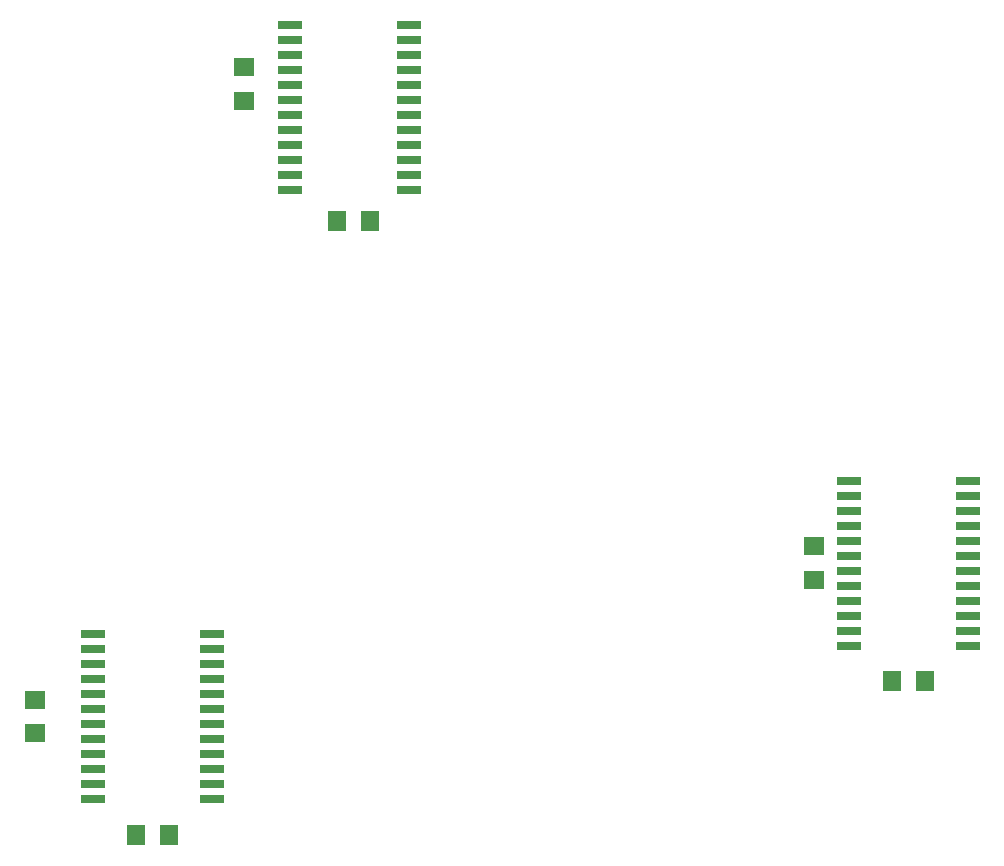
<source format=gbr>
G04 EAGLE Gerber RS-274X export*
G75*
%MOMM*%
%FSLAX34Y34*%
%LPD*%
%INSolderpaste Bottom*%
%IPPOS*%
%AMOC8*
5,1,8,0,0,1.08239X$1,22.5*%
G01*
%ADD10R,1.803000X1.600000*%
%ADD11R,2.032000X0.660400*%
%ADD12R,1.600000X1.800000*%


D10*
X257700Y661380D03*
X257700Y689820D03*
D11*
X396792Y725750D03*
X396792Y713050D03*
X396792Y700350D03*
X396792Y687650D03*
X396792Y674950D03*
X396792Y662250D03*
X396792Y649550D03*
X396792Y636850D03*
X296208Y636850D03*
X296208Y649550D03*
X296208Y662250D03*
X296208Y674950D03*
X296208Y687650D03*
X296208Y700350D03*
X296208Y713050D03*
X296208Y725750D03*
X296208Y624150D03*
X296208Y611450D03*
X296208Y598750D03*
X296208Y586050D03*
X396792Y624150D03*
X396792Y611450D03*
X396792Y598750D03*
X396792Y586050D03*
D12*
X336000Y560000D03*
X364000Y560000D03*
D11*
X870292Y339850D03*
X870292Y327150D03*
X870292Y314450D03*
X870292Y301750D03*
X870292Y289050D03*
X870292Y276350D03*
X870292Y263650D03*
X870292Y250950D03*
X769708Y250950D03*
X769708Y263650D03*
X769708Y276350D03*
X769708Y289050D03*
X769708Y301750D03*
X769708Y314450D03*
X769708Y327150D03*
X769708Y339850D03*
X769708Y238250D03*
X769708Y225550D03*
X769708Y212850D03*
X769708Y200150D03*
X870292Y238250D03*
X870292Y225550D03*
X870292Y212850D03*
X870292Y200150D03*
D10*
X740000Y255780D03*
X740000Y284220D03*
D12*
X806000Y170000D03*
X834000Y170000D03*
D11*
X230292Y209850D03*
X230292Y197150D03*
X230292Y184450D03*
X230292Y171750D03*
X230292Y159050D03*
X230292Y146350D03*
X230292Y133650D03*
X230292Y120950D03*
X129708Y120950D03*
X129708Y133650D03*
X129708Y146350D03*
X129708Y159050D03*
X129708Y171750D03*
X129708Y184450D03*
X129708Y197150D03*
X129708Y209850D03*
X129708Y108250D03*
X129708Y95550D03*
X129708Y82850D03*
X129708Y70150D03*
X230292Y108250D03*
X230292Y95550D03*
X230292Y82850D03*
X230292Y70150D03*
D10*
X80000Y125780D03*
X80000Y154220D03*
D12*
X166000Y40000D03*
X194000Y40000D03*
M02*

</source>
